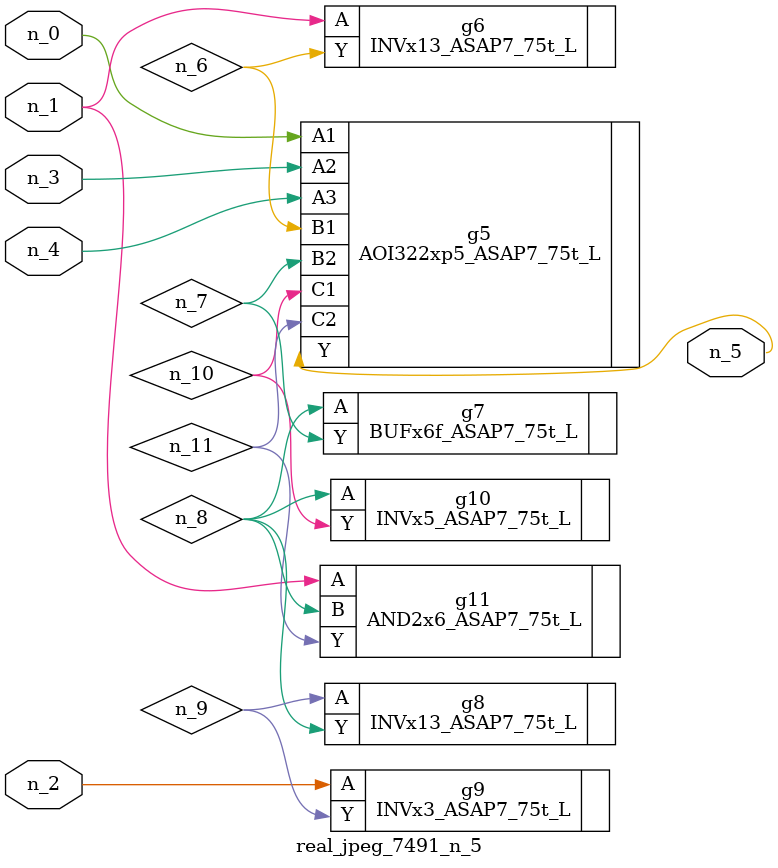
<source format=v>
module real_jpeg_7491_n_5 (n_4, n_0, n_1, n_2, n_3, n_5);

input n_4;
input n_0;
input n_1;
input n_2;
input n_3;

output n_5;

wire n_8;
wire n_11;
wire n_6;
wire n_7;
wire n_10;
wire n_9;

AOI322xp5_ASAP7_75t_L g5 ( 
.A1(n_0),
.A2(n_3),
.A3(n_4),
.B1(n_6),
.B2(n_7),
.C1(n_10),
.C2(n_11),
.Y(n_5)
);

INVx13_ASAP7_75t_L g6 ( 
.A(n_1),
.Y(n_6)
);

AND2x6_ASAP7_75t_L g11 ( 
.A(n_1),
.B(n_8),
.Y(n_11)
);

INVx3_ASAP7_75t_L g9 ( 
.A(n_2),
.Y(n_9)
);

BUFx6f_ASAP7_75t_L g7 ( 
.A(n_8),
.Y(n_7)
);

INVx5_ASAP7_75t_L g10 ( 
.A(n_8),
.Y(n_10)
);

INVx13_ASAP7_75t_L g8 ( 
.A(n_9),
.Y(n_8)
);


endmodule
</source>
